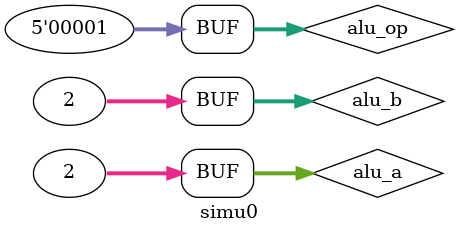
<source format=v>
`timescale 1ns / 1ps


module simu0;

	// Inputs
	reg [31:0] alu_a;
	reg [31:0] alu_b;
	reg [4:0] alu_op;

	// Outputs
	wire [31:0] alu_out;

	// Instantiate the Unit Under Test (UUT)
	simu uut (
		.alu_a(alu_a), 
		.alu_b(alu_b), 
		.alu_op(alu_op), 
		.alu_out(alu_out)
	);

	initial begin
		// Initialize Inputs
		// Add stimulus here
		alu_a =2;
		alu_b =2;
		alu_op = 5'h01;

	end
      
endmodule


</source>
